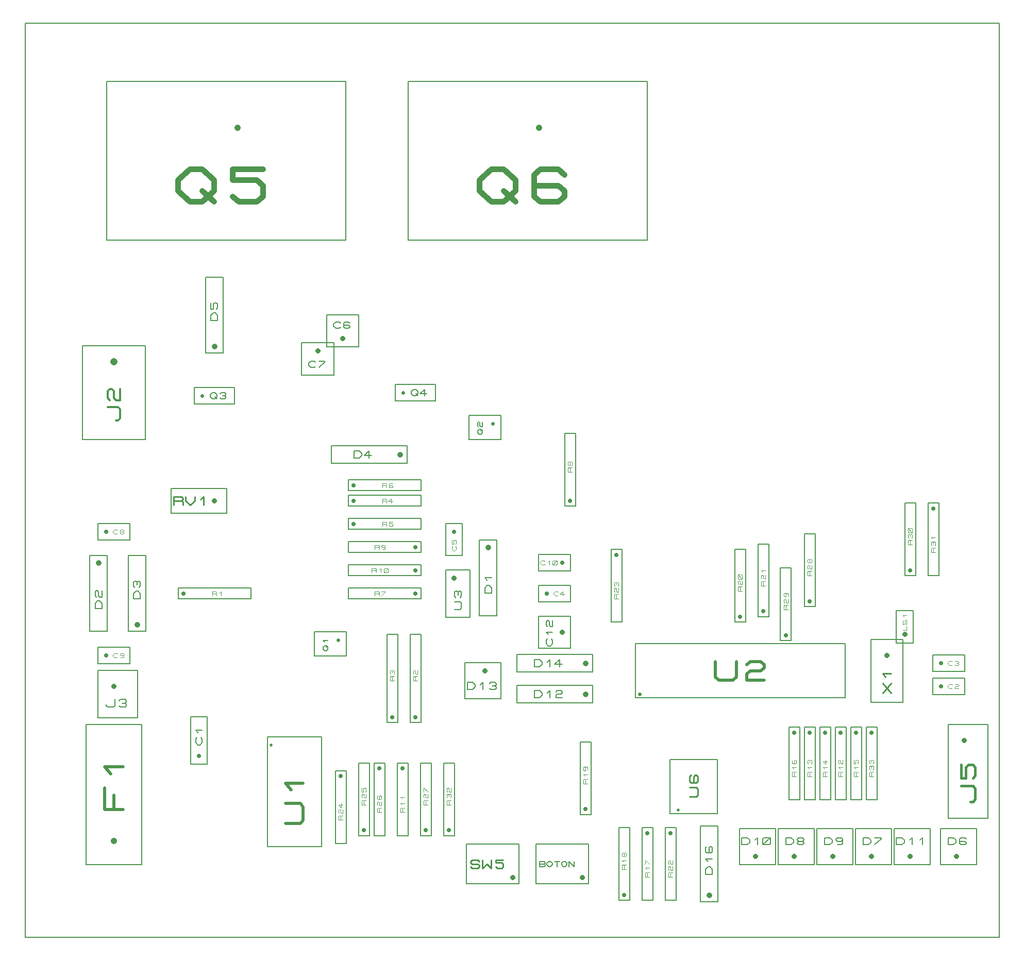
<source format=gbr>
G04 PROTEUS GERBER X2 FILE*
%TF.GenerationSoftware,Labcenter,Proteus,8.15-SP1-Build34318*%
%TF.CreationDate,2023-09-22T11:00:43+00:00*%
%TF.FileFunction,AssemblyDrawing,Top*%
%TF.FilePolarity,Positive*%
%TF.Part,Single*%
%TF.SameCoordinates,{daf6ecdc-d2ef-474e-a7a4-287faf42d1bd}*%
%FSLAX45Y45*%
%MOMM*%
G01*
%TA.AperFunction,Profile*%
%ADD23C,0.203200*%
%TA.AperFunction,Material*%
%ADD27C,0.203200*%
%ADD42C,0.609600*%
%ADD43C,0.507080*%
%ADD44C,0.711200*%
%ADD45C,0.110230*%
%ADD46C,0.812800*%
%ADD47C,0.237060*%
%ADD48C,0.190500*%
%ADD49C,0.914400*%
%ADD50C,0.186690*%
%ADD51C,0.111760*%
%ADD52C,0.169330*%
%ADD53C,0.508000*%
%ADD54C,0.226060*%
%ADD55C,1.016000*%
%ADD56C,0.515610*%
%ADD57C,0.490380*%
%ADD58C,0.132990*%
%ADD59C,0.127000*%
%ADD60C,0.160020*%
%ADD61C,1.219200*%
%ADD62C,0.331890*%
%ADD63C,0.194730*%
%ADD64C,0.177800*%
%ADD65C,0.215900*%
%ADD66C,0.216890*%
%ADD67C,0.889000*%
%ADD68C,0.389460*%
%ADD69C,0.211660*%
%TD.AperFunction*%
D23*
X-12382500Y-8953500D02*
X+3619500Y-8953500D01*
X+3619500Y+6068060D01*
X-12382500Y+6068060D01*
X-12382500Y-8953500D01*
D27*
X-2357660Y-5016500D02*
X+1091660Y-5016500D01*
X+1091660Y-4127500D01*
X-2357660Y-4127500D01*
X-2357660Y-5016500D01*
D42*
X-2286000Y-4953000D02*
X-2286000Y-4953000D01*
D43*
X-1038306Y-4419874D02*
X-1038306Y-4673417D01*
X-981259Y-4724125D01*
X-753071Y-4724125D01*
X-696024Y-4673417D01*
X-696024Y-4419874D01*
X-524883Y-4470583D02*
X-467836Y-4419874D01*
X-296695Y-4419874D01*
X-239648Y-4470583D01*
X-239648Y-4521291D01*
X-296695Y-4572000D01*
X-467836Y-4572000D01*
X-524883Y-4622708D01*
X-524883Y-4724125D01*
X-239648Y-4724125D01*
D27*
X+927100Y-6692900D02*
X+1104900Y-6692900D01*
X+1104900Y-5499100D01*
X+927100Y-5499100D01*
X+927100Y-6692900D01*
D44*
X+1016000Y-5588000D02*
X+1016000Y-5588000D01*
D45*
X+1049071Y-6307048D02*
X+982930Y-6307048D01*
X+982930Y-6245041D01*
X+993953Y-6232639D01*
X+1004977Y-6232639D01*
X+1016000Y-6245041D01*
X+1016000Y-6307048D01*
X+1016000Y-6245041D02*
X+1027024Y-6232639D01*
X+1049071Y-6232639D01*
X+1004977Y-6183033D02*
X+982930Y-6158230D01*
X+1049071Y-6158230D01*
X+993953Y-6096223D02*
X+982930Y-6083821D01*
X+982930Y-6046617D01*
X+993953Y-6034215D01*
X+1004977Y-6034215D01*
X+1016000Y-6046617D01*
X+1016000Y-6083821D01*
X+1027024Y-6096223D01*
X+1049071Y-6096223D01*
X+1049071Y-6034215D01*
D27*
X+419100Y-6692900D02*
X+596900Y-6692900D01*
X+596900Y-5499100D01*
X+419100Y-5499100D01*
X+419100Y-6692900D01*
D44*
X+508000Y-5588000D02*
X+508000Y-5588000D01*
D45*
X+541071Y-6307048D02*
X+474930Y-6307048D01*
X+474930Y-6245041D01*
X+485953Y-6232639D01*
X+496977Y-6232639D01*
X+508000Y-6245041D01*
X+508000Y-6307048D01*
X+508000Y-6245041D02*
X+519024Y-6232639D01*
X+541071Y-6232639D01*
X+496977Y-6183033D02*
X+474930Y-6158230D01*
X+541071Y-6158230D01*
X+485953Y-6096223D02*
X+474930Y-6083821D01*
X+474930Y-6046617D01*
X+485953Y-6034215D01*
X+496977Y-6034215D01*
X+508000Y-6046617D01*
X+519024Y-6034215D01*
X+530048Y-6034215D01*
X+541071Y-6046617D01*
X+541071Y-6083821D01*
X+530048Y-6096223D01*
X+508000Y-6071420D02*
X+508000Y-6046617D01*
D27*
X+673100Y-6692900D02*
X+850900Y-6692900D01*
X+850900Y-5499100D01*
X+673100Y-5499100D01*
X+673100Y-6692900D01*
D44*
X+762000Y-5588000D02*
X+762000Y-5588000D01*
D45*
X+795071Y-6307048D02*
X+728930Y-6307048D01*
X+728930Y-6245041D01*
X+739953Y-6232639D01*
X+750977Y-6232639D01*
X+762000Y-6245041D01*
X+762000Y-6307048D01*
X+762000Y-6245041D02*
X+773024Y-6232639D01*
X+795071Y-6232639D01*
X+750977Y-6183033D02*
X+728930Y-6158230D01*
X+795071Y-6158230D01*
X+773024Y-6034215D02*
X+773024Y-6108624D01*
X+728930Y-6059018D01*
X+795071Y-6059018D01*
D27*
X+1181100Y-6692900D02*
X+1358900Y-6692900D01*
X+1358900Y-5499100D01*
X+1181100Y-5499100D01*
X+1181100Y-6692900D01*
D44*
X+1270000Y-5588000D02*
X+1270000Y-5588000D01*
D45*
X+1303071Y-6307048D02*
X+1236930Y-6307048D01*
X+1236930Y-6245041D01*
X+1247953Y-6232639D01*
X+1258977Y-6232639D01*
X+1270000Y-6245041D01*
X+1270000Y-6307048D01*
X+1270000Y-6245041D02*
X+1281024Y-6232639D01*
X+1303071Y-6232639D01*
X+1258977Y-6183033D02*
X+1236930Y-6158230D01*
X+1303071Y-6158230D01*
X+1236930Y-6034215D02*
X+1236930Y-6096223D01*
X+1258977Y-6096223D01*
X+1258977Y-6046617D01*
X+1270000Y-6034215D01*
X+1292048Y-6034215D01*
X+1303071Y-6046617D01*
X+1303071Y-6083821D01*
X+1292048Y-6096223D01*
D27*
X+165100Y-6692900D02*
X+342900Y-6692900D01*
X+342900Y-5499100D01*
X+165100Y-5499100D01*
X+165100Y-6692900D01*
D44*
X+254000Y-5588000D02*
X+254000Y-5588000D01*
D45*
X+287071Y-6307048D02*
X+220930Y-6307048D01*
X+220930Y-6245041D01*
X+231953Y-6232639D01*
X+242977Y-6232639D01*
X+254000Y-6245041D01*
X+254000Y-6307048D01*
X+254000Y-6245041D02*
X+265024Y-6232639D01*
X+287071Y-6232639D01*
X+242977Y-6183033D02*
X+220930Y-6158230D01*
X+287071Y-6158230D01*
X+231953Y-6034215D02*
X+220930Y-6046617D01*
X+220930Y-6083821D01*
X+231953Y-6096223D01*
X+276048Y-6096223D01*
X+287071Y-6083821D01*
X+287071Y-6046617D01*
X+276048Y-6034215D01*
X+265024Y-6034215D01*
X+254000Y-6046617D01*
X+254000Y-6096223D01*
D27*
X+1933052Y-4112372D02*
X+2207372Y-4112372D01*
X+2207372Y-3584052D01*
X+1933052Y-3584052D01*
X+1933052Y-4112372D01*
D46*
X+2070212Y-3975212D02*
X+2070212Y-3975212D01*
D45*
X+2037193Y-3907900D02*
X+2103232Y-3907900D01*
X+2103232Y-3833606D01*
X+2092226Y-3808841D02*
X+2103232Y-3796459D01*
X+2103232Y-3746930D01*
X+2092226Y-3734547D01*
X+2081219Y-3734547D01*
X+2070212Y-3746930D01*
X+2070212Y-3796459D01*
X+2059206Y-3808841D01*
X+2048199Y-3808841D01*
X+2037193Y-3796459D01*
X+2037193Y-3746930D01*
X+2048199Y-3734547D01*
X+2059206Y-3685018D02*
X+2037193Y-3660253D01*
X+2103232Y-3660253D01*
D27*
X+1513840Y-5090160D02*
X+2042160Y-5090160D01*
X+2042160Y-4053840D01*
X+1513840Y-4053840D01*
X+1513840Y-5090160D01*
D46*
X+1778000Y-4318000D02*
X+1778000Y-4318000D01*
D47*
X+1706881Y-4937759D02*
X+1849120Y-4777740D01*
X+1849120Y-4937759D02*
X+1706881Y-4777740D01*
X+1754294Y-4671061D02*
X+1706881Y-4617721D01*
X+1849120Y-4617721D01*
D27*
X+624840Y-7757160D02*
X+1216660Y-7757160D01*
X+1216660Y-7165340D01*
X+624840Y-7165340D01*
X+624840Y-7757160D01*
D46*
X+889000Y-7620000D02*
X+889000Y-7620000D01*
D48*
X+749300Y-7429500D02*
X+749300Y-7315200D01*
X+835025Y-7315200D01*
X+877887Y-7353300D01*
X+877887Y-7391400D01*
X+835025Y-7429500D01*
X+749300Y-7429500D01*
X+1049337Y-7353300D02*
X+1027906Y-7372350D01*
X+963612Y-7372350D01*
X+942181Y-7353300D01*
X+942181Y-7334250D01*
X+963612Y-7315200D01*
X+1027906Y-7315200D01*
X+1049337Y-7334250D01*
X+1049337Y-7410450D01*
X+1027906Y-7429500D01*
X+963612Y-7429500D01*
D27*
X-645160Y-7757160D02*
X-53340Y-7757160D01*
X-53340Y-7165340D01*
X-645160Y-7165340D01*
X-645160Y-7757160D01*
D46*
X-381000Y-7620000D02*
X-381000Y-7620000D01*
D48*
X-606425Y-7429500D02*
X-606425Y-7315200D01*
X-520700Y-7315200D01*
X-477838Y-7353300D01*
X-477838Y-7391400D01*
X-520700Y-7429500D01*
X-606425Y-7429500D01*
X-392113Y-7353300D02*
X-349250Y-7315200D01*
X-349250Y-7429500D01*
X-263525Y-7410450D02*
X-263525Y-7334250D01*
X-242094Y-7315200D01*
X-156369Y-7315200D01*
X-134938Y-7334250D01*
X-134938Y-7410450D01*
X-156369Y-7429500D01*
X-242094Y-7429500D01*
X-263525Y-7410450D01*
X-263525Y-7429500D02*
X-134938Y-7315200D01*
D27*
X+1894840Y-7757160D02*
X+2486660Y-7757160D01*
X+2486660Y-7165340D01*
X+1894840Y-7165340D01*
X+1894840Y-7757160D01*
D46*
X+2159000Y-7620000D02*
X+2159000Y-7620000D01*
D48*
X+1933575Y-7429500D02*
X+1933575Y-7315200D01*
X+2019300Y-7315200D01*
X+2062162Y-7353300D01*
X+2062162Y-7391400D01*
X+2019300Y-7429500D01*
X+1933575Y-7429500D01*
X+2147887Y-7353300D02*
X+2190750Y-7315200D01*
X+2190750Y-7429500D01*
X+2319337Y-7353300D02*
X+2362200Y-7315200D01*
X+2362200Y-7429500D01*
D27*
X+1259840Y-7757160D02*
X+1851660Y-7757160D01*
X+1851660Y-7165340D01*
X+1259840Y-7165340D01*
X+1259840Y-7757160D01*
D46*
X+1524000Y-7620000D02*
X+1524000Y-7620000D01*
D48*
X+1384300Y-7429500D02*
X+1384300Y-7315200D01*
X+1470025Y-7315200D01*
X+1512887Y-7353300D01*
X+1512887Y-7391400D01*
X+1470025Y-7429500D01*
X+1384300Y-7429500D01*
X+1577181Y-7315200D02*
X+1684337Y-7315200D01*
X+1684337Y-7334250D01*
X+1577181Y-7429500D01*
D27*
X-10160Y-7757160D02*
X+581660Y-7757160D01*
X+581660Y-7165340D01*
X-10160Y-7165340D01*
X-10160Y-7757160D01*
D46*
X+254000Y-7620000D02*
X+254000Y-7620000D01*
D48*
X+114300Y-7429500D02*
X+114300Y-7315200D01*
X+200025Y-7315200D01*
X+242887Y-7353300D01*
X+242887Y-7391400D01*
X+200025Y-7429500D01*
X+114300Y-7429500D01*
X+328612Y-7372350D02*
X+307181Y-7353300D01*
X+307181Y-7334250D01*
X+328612Y-7315200D01*
X+392906Y-7315200D01*
X+414337Y-7334250D01*
X+414337Y-7353300D01*
X+392906Y-7372350D01*
X+328612Y-7372350D01*
X+307181Y-7391400D01*
X+307181Y-7410450D01*
X+328612Y-7429500D01*
X+392906Y-7429500D01*
X+414337Y-7410450D01*
X+414337Y-7391400D01*
X+392906Y-7372350D01*
D27*
X-723900Y-3771900D02*
X-546100Y-3771900D01*
X-546100Y-2578100D01*
X-723900Y-2578100D01*
X-723900Y-3771900D01*
D44*
X-635000Y-3683000D02*
X-635000Y-3683000D01*
D45*
X-601929Y-3261588D02*
X-668070Y-3261588D01*
X-668070Y-3199581D01*
X-657047Y-3187179D01*
X-646023Y-3187179D01*
X-635000Y-3199581D01*
X-635000Y-3261588D01*
X-635000Y-3199581D02*
X-623976Y-3187179D01*
X-601929Y-3187179D01*
X-657047Y-3149975D02*
X-668070Y-3137573D01*
X-668070Y-3100369D01*
X-657047Y-3087967D01*
X-646023Y-3087967D01*
X-635000Y-3100369D01*
X-635000Y-3137573D01*
X-623976Y-3149975D01*
X-601929Y-3149975D01*
X-601929Y-3087967D01*
X-612952Y-3063164D02*
X-657047Y-3063164D01*
X-668070Y-3050763D01*
X-668070Y-3001157D01*
X-657047Y-2988755D01*
X-612952Y-2988755D01*
X-601929Y-3001157D01*
X-601929Y-3050763D01*
X-612952Y-3063164D01*
X-601929Y-3063164D02*
X-668070Y-2988755D01*
D27*
X-342900Y-3682999D02*
X-165100Y-3682999D01*
X-165100Y-2489199D01*
X-342900Y-2489199D01*
X-342900Y-3682999D01*
D44*
X-254000Y-3594099D02*
X-254000Y-3594099D01*
D45*
X-220929Y-3172687D02*
X-287070Y-3172687D01*
X-287070Y-3110680D01*
X-276047Y-3098278D01*
X-265023Y-3098278D01*
X-254000Y-3110680D01*
X-254000Y-3172687D01*
X-254000Y-3110680D02*
X-242976Y-3098278D01*
X-220929Y-3098278D01*
X-276047Y-3061074D02*
X-287070Y-3048672D01*
X-287070Y-3011468D01*
X-276047Y-2999066D01*
X-265023Y-2999066D01*
X-254000Y-3011468D01*
X-254000Y-3048672D01*
X-242976Y-3061074D01*
X-220929Y-3061074D01*
X-220929Y-2999066D01*
X-265023Y-2949460D02*
X-287070Y-2924657D01*
X-220929Y-2924657D01*
D27*
X-4305300Y-5097780D02*
X-3060700Y-5097780D01*
X-3060700Y-4810760D01*
X-4305300Y-4810760D01*
X-4305300Y-5097780D01*
D49*
X-3175000Y-4953000D02*
X-3175000Y-4953000D01*
D50*
X-4015041Y-5010277D02*
X-4015041Y-4898263D01*
X-3931031Y-4898263D01*
X-3889026Y-4935601D01*
X-3889026Y-4972939D01*
X-3931031Y-5010277D01*
X-4015041Y-5010277D01*
X-3805015Y-4935601D02*
X-3763010Y-4898263D01*
X-3763010Y-5010277D01*
X-3657997Y-4916932D02*
X-3636994Y-4898263D01*
X-3573986Y-4898263D01*
X-3552984Y-4916932D01*
X-3552984Y-4935601D01*
X-3573986Y-4954270D01*
X-3636994Y-4954270D01*
X-3657997Y-4972939D01*
X-3657997Y-5010277D01*
X-3552984Y-5010277D01*
D27*
X-3263900Y-6934199D02*
X-3086100Y-6934199D01*
X-3086100Y-5740399D01*
X-3263900Y-5740399D01*
X-3263900Y-6934199D01*
D44*
X-3175000Y-6845299D02*
X-3175000Y-6845299D01*
D45*
X-3141929Y-6423887D02*
X-3208070Y-6423887D01*
X-3208070Y-6361880D01*
X-3197047Y-6349478D01*
X-3186023Y-6349478D01*
X-3175000Y-6361880D01*
X-3175000Y-6423887D01*
X-3175000Y-6361880D02*
X-3163976Y-6349478D01*
X-3141929Y-6349478D01*
X-3186023Y-6299872D02*
X-3208070Y-6275069D01*
X-3141929Y-6275069D01*
X-3186023Y-6151054D02*
X-3175000Y-6163456D01*
X-3175000Y-6200660D01*
X-3186023Y-6213062D01*
X-3197047Y-6213062D01*
X-3208070Y-6200660D01*
X-3208070Y-6163456D01*
X-3197047Y-6151054D01*
X-3152952Y-6151054D01*
X-3141929Y-6163456D01*
X-3141929Y-6200660D01*
D27*
X-5153660Y-5026660D02*
X-4561840Y-5026660D01*
X-4561840Y-4434840D01*
X-5153660Y-4434840D01*
X-5153660Y-5026660D01*
D46*
X-4826000Y-4572000D02*
X-4826000Y-4572000D01*
D48*
X-5114925Y-4876800D02*
X-5114925Y-4762500D01*
X-5029200Y-4762500D01*
X-4986338Y-4800600D01*
X-4986338Y-4838700D01*
X-5029200Y-4876800D01*
X-5114925Y-4876800D01*
X-4900613Y-4800600D02*
X-4857750Y-4762500D01*
X-4857750Y-4876800D01*
X-4750594Y-4781550D02*
X-4729163Y-4762500D01*
X-4664869Y-4762500D01*
X-4643438Y-4781550D01*
X-4643438Y-4800600D01*
X-4664869Y-4819650D01*
X-4643438Y-4838700D01*
X-4643438Y-4857750D01*
X-4664869Y-4876800D01*
X-4729163Y-4876800D01*
X-4750594Y-4857750D01*
X-4707732Y-4819650D02*
X-4664869Y-4819650D01*
D27*
X-3947160Y-3439160D02*
X-3418840Y-3439160D01*
X-3418840Y-3164840D01*
X-3947160Y-3164840D01*
X-3947160Y-3439160D01*
D44*
X-3810000Y-3302000D02*
X-3810000Y-3302000D01*
D51*
X-3621786Y-3324352D02*
X-3634359Y-3335528D01*
X-3672078Y-3335528D01*
X-3697224Y-3313176D01*
X-3697224Y-3290824D01*
X-3672078Y-3268472D01*
X-3634359Y-3268472D01*
X-3621786Y-3279648D01*
X-3521202Y-3313176D02*
X-3596640Y-3313176D01*
X-3546348Y-3268472D01*
X-3546348Y-3335528D01*
D27*
X-3947160Y-2931160D02*
X-3418840Y-2931160D01*
X-3418840Y-2656840D01*
X-3947160Y-2656840D01*
X-3947160Y-2931160D01*
D44*
X-3556000Y-2794000D02*
X-3556000Y-2794000D01*
D51*
X-3844798Y-2816352D02*
X-3857371Y-2827528D01*
X-3895090Y-2827528D01*
X-3920236Y-2805176D01*
X-3920236Y-2782824D01*
X-3895090Y-2760472D01*
X-3857371Y-2760472D01*
X-3844798Y-2771648D01*
X-3794506Y-2782824D02*
X-3769360Y-2760472D01*
X-3769360Y-2827528D01*
X-3719068Y-2816352D02*
X-3719068Y-2771648D01*
X-3706495Y-2760472D01*
X-3656203Y-2760472D01*
X-3643630Y-2771648D01*
X-3643630Y-2816352D01*
X-3656203Y-2827528D01*
X-3706495Y-2827528D01*
X-3719068Y-2816352D01*
X-3719068Y-2827528D02*
X-3643630Y-2760472D01*
D27*
X-4305300Y-4589780D02*
X-3060700Y-4589780D01*
X-3060700Y-4302760D01*
X-4305300Y-4302760D01*
X-4305300Y-4589780D01*
D49*
X-3175000Y-4445000D02*
X-3175000Y-4445000D01*
D50*
X-4015041Y-4502277D02*
X-4015041Y-4390263D01*
X-3931031Y-4390263D01*
X-3889026Y-4427601D01*
X-3889026Y-4464939D01*
X-3931031Y-4502277D01*
X-4015041Y-4502277D01*
X-3805015Y-4427601D02*
X-3763010Y-4390263D01*
X-3763010Y-4502277D01*
X-3552984Y-4464939D02*
X-3678999Y-4464939D01*
X-3594989Y-4390263D01*
X-3594989Y-4502277D01*
D27*
X-3947160Y-4201160D02*
X-3418840Y-4201160D01*
X-3418840Y-3672840D01*
X-3947160Y-3672840D01*
X-3947160Y-4201160D01*
D46*
X-3556000Y-3937000D02*
X-3556000Y-3937000D01*
D52*
X-3738033Y-4051299D02*
X-3721100Y-4070349D01*
X-3721100Y-4127499D01*
X-3754967Y-4165598D01*
X-3788833Y-4165598D01*
X-3822700Y-4127499D01*
X-3822700Y-4070349D01*
X-3805767Y-4051299D01*
X-3788833Y-3975100D02*
X-3822700Y-3937000D01*
X-3721100Y-3937000D01*
X-3805767Y-3841751D02*
X-3822700Y-3822701D01*
X-3822700Y-3765551D01*
X-3805767Y-3746501D01*
X-3788833Y-3746501D01*
X-3771900Y-3765551D01*
X-3771900Y-3822701D01*
X-3754967Y-3841751D01*
X-3721100Y-3841751D01*
X-3721100Y-3746501D01*
D27*
X-2755900Y-3771900D02*
X-2578100Y-3771900D01*
X-2578100Y-2578100D01*
X-2755900Y-2578100D01*
X-2755900Y-3771900D01*
D44*
X-2667000Y-2667000D02*
X-2667000Y-2667000D01*
D45*
X-2633929Y-3386048D02*
X-2700070Y-3386048D01*
X-2700070Y-3324041D01*
X-2689047Y-3311639D01*
X-2678023Y-3311639D01*
X-2667000Y-3324041D01*
X-2667000Y-3386048D01*
X-2667000Y-3324041D02*
X-2655976Y-3311639D01*
X-2633929Y-3311639D01*
X-2689047Y-3274435D02*
X-2700070Y-3262033D01*
X-2700070Y-3224829D01*
X-2689047Y-3212427D01*
X-2678023Y-3212427D01*
X-2667000Y-3224829D01*
X-2667000Y-3262033D01*
X-2655976Y-3274435D01*
X-2633929Y-3274435D01*
X-2633929Y-3212427D01*
X-2689047Y-3175223D02*
X-2700070Y-3162821D01*
X-2700070Y-3125617D01*
X-2689047Y-3113215D01*
X-2678023Y-3113215D01*
X-2667000Y-3125617D01*
X-2655976Y-3113215D01*
X-2644952Y-3113215D01*
X-2633929Y-3125617D01*
X-2633929Y-3162821D01*
X-2644952Y-3175223D01*
X-2667000Y-3150420D02*
X-2667000Y-3125617D01*
D27*
X-1866900Y-8343900D02*
X-1689100Y-8343900D01*
X-1689100Y-7150100D01*
X-1866900Y-7150100D01*
X-1866900Y-8343900D01*
D44*
X-1778000Y-7239000D02*
X-1778000Y-7239000D01*
D45*
X-1744929Y-7958048D02*
X-1811070Y-7958048D01*
X-1811070Y-7896041D01*
X-1800047Y-7883639D01*
X-1789023Y-7883639D01*
X-1778000Y-7896041D01*
X-1778000Y-7958048D01*
X-1778000Y-7896041D02*
X-1766976Y-7883639D01*
X-1744929Y-7883639D01*
X-1800047Y-7846435D02*
X-1811070Y-7834033D01*
X-1811070Y-7796829D01*
X-1800047Y-7784427D01*
X-1789023Y-7784427D01*
X-1778000Y-7796829D01*
X-1778000Y-7834033D01*
X-1766976Y-7846435D01*
X-1744929Y-7846435D01*
X-1744929Y-7784427D01*
X-1800047Y-7747223D02*
X-1811070Y-7734821D01*
X-1811070Y-7697617D01*
X-1800047Y-7685215D01*
X-1789023Y-7685215D01*
X-1778000Y-7697617D01*
X-1778000Y-7734821D01*
X-1766976Y-7747223D01*
X-1744929Y-7747223D01*
X-1744929Y-7685215D01*
D27*
X-1287780Y-8369300D02*
X-1000760Y-8369300D01*
X-1000760Y-7124700D01*
X-1287780Y-7124700D01*
X-1287780Y-8369300D01*
D49*
X-1143000Y-8255000D02*
X-1143000Y-8255000D01*
D50*
X-1088263Y-7919021D02*
X-1200277Y-7919021D01*
X-1200277Y-7835011D01*
X-1162939Y-7793006D01*
X-1125601Y-7793006D01*
X-1088263Y-7835011D01*
X-1088263Y-7919021D01*
X-1162939Y-7708995D02*
X-1200277Y-7666990D01*
X-1088263Y-7666990D01*
X-1181608Y-7456964D02*
X-1200277Y-7477966D01*
X-1200277Y-7540974D01*
X-1181608Y-7561977D01*
X-1106932Y-7561977D01*
X-1088263Y-7540974D01*
X-1088263Y-7477966D01*
X-1106932Y-7456964D01*
X-1125601Y-7456964D01*
X-1144270Y-7477966D01*
X-1144270Y-7561977D01*
D27*
X-1788160Y-6921500D02*
X-1005840Y-6921500D01*
X-1005840Y-6032500D01*
X-1788160Y-6032500D01*
X-1788160Y-6921500D01*
D53*
X-1651000Y-6858000D02*
X-1651000Y-6858000D01*
D54*
X-1464818Y-6636004D02*
X-1351788Y-6636004D01*
X-1329182Y-6610573D01*
X-1329182Y-6508846D01*
X-1351788Y-6483414D01*
X-1464818Y-6483414D01*
X-1442212Y-6279960D02*
X-1464818Y-6305392D01*
X-1464818Y-6381687D01*
X-1442212Y-6407119D01*
X-1351788Y-6407119D01*
X-1329182Y-6381687D01*
X-1329182Y-6305392D01*
X-1351788Y-6279960D01*
X-1374394Y-6279960D01*
X-1397000Y-6305392D01*
X-1397000Y-6407119D01*
D27*
X-11376660Y-7757160D02*
X-10467340Y-7757160D01*
X-10467340Y-5450840D01*
X-11376660Y-5450840D01*
X-11376660Y-7757160D01*
D55*
X-10922000Y-7366000D02*
X-10922000Y-7366000D01*
D56*
X-10767314Y-6847077D02*
X-11076686Y-6847077D01*
X-11076686Y-6499035D01*
X-10922000Y-6847077D02*
X-10922000Y-6615049D01*
X-10973562Y-6267006D02*
X-11076686Y-6150992D01*
X-10767314Y-6150992D01*
D27*
X-8402814Y-7456463D02*
X-7513814Y-7456463D01*
X-7513814Y-5658143D01*
X-8402814Y-5658143D01*
X-8402814Y-7456463D01*
D53*
X-8339314Y-5795303D02*
X-8339314Y-5795303D01*
D57*
X-8105431Y-7079933D02*
X-7860236Y-7079933D01*
X-7811197Y-7024765D01*
X-7811197Y-6804090D01*
X-7860236Y-6748921D01*
X-8105431Y-6748921D01*
X-8007353Y-6528246D02*
X-8105431Y-6417908D01*
X-7811197Y-6417908D01*
D27*
X-11186160Y-4455160D02*
X-10657840Y-4455160D01*
X-10657840Y-4180840D01*
X-11186160Y-4180840D01*
X-11186160Y-4455160D01*
D44*
X-11049000Y-4318000D02*
X-11049000Y-4318000D01*
D51*
X-10860786Y-4340352D02*
X-10873359Y-4351528D01*
X-10911078Y-4351528D01*
X-10936224Y-4329176D01*
X-10936224Y-4306824D01*
X-10911078Y-4284472D01*
X-10873359Y-4284472D01*
X-10860786Y-4295648D01*
X-10760202Y-4306824D02*
X-10772775Y-4318000D01*
X-10810494Y-4318000D01*
X-10823067Y-4306824D01*
X-10823067Y-4295648D01*
X-10810494Y-4284472D01*
X-10772775Y-4284472D01*
X-10760202Y-4295648D01*
X-10760202Y-4340352D01*
X-10772775Y-4351528D01*
X-10810494Y-4351528D01*
D27*
X-10685780Y-3924300D02*
X-10398760Y-3924300D01*
X-10398760Y-2679700D01*
X-10685780Y-2679700D01*
X-10685780Y-3924300D01*
D49*
X-10541000Y-3810000D02*
X-10541000Y-3810000D01*
D50*
X-10486263Y-3390011D02*
X-10598277Y-3390011D01*
X-10598277Y-3306001D01*
X-10560939Y-3263996D01*
X-10523601Y-3263996D01*
X-10486263Y-3306001D01*
X-10486263Y-3390011D01*
X-10579608Y-3200988D02*
X-10598277Y-3179985D01*
X-10598277Y-3116977D01*
X-10579608Y-3095975D01*
X-10560939Y-3095975D01*
X-10542270Y-3116977D01*
X-10523601Y-3095975D01*
X-10504932Y-3095975D01*
X-10486263Y-3116977D01*
X-10486263Y-3179985D01*
X-10504932Y-3200988D01*
X-10542270Y-3158983D02*
X-10542270Y-3116977D01*
D27*
X-11318240Y-3924300D02*
X-11031220Y-3924300D01*
X-11031220Y-2679700D01*
X-11318240Y-2679700D01*
X-11318240Y-3924300D01*
D49*
X-11176000Y-2794000D02*
X-11176000Y-2794000D01*
D50*
X-11118723Y-3550031D02*
X-11230737Y-3550031D01*
X-11230737Y-3466021D01*
X-11193399Y-3424016D01*
X-11156061Y-3424016D01*
X-11118723Y-3466021D01*
X-11118723Y-3550031D01*
X-11212068Y-3361008D02*
X-11230737Y-3340005D01*
X-11230737Y-3276997D01*
X-11212068Y-3255995D01*
X-11193399Y-3255995D01*
X-11174730Y-3276997D01*
X-11174730Y-3340005D01*
X-11156061Y-3361008D01*
X-11118723Y-3361008D01*
X-11118723Y-3255995D01*
D27*
X-5471160Y-2677160D02*
X-5196840Y-2677160D01*
X-5196840Y-2148840D01*
X-5471160Y-2148840D01*
X-5471160Y-2677160D01*
D44*
X-5334000Y-2286000D02*
X-5334000Y-2286000D01*
D51*
X-5311648Y-2524506D02*
X-5300472Y-2537079D01*
X-5300472Y-2574798D01*
X-5322824Y-2599944D01*
X-5345176Y-2599944D01*
X-5367528Y-2574798D01*
X-5367528Y-2537079D01*
X-5356352Y-2524506D01*
X-5367528Y-2423922D02*
X-5367528Y-2486787D01*
X-5345176Y-2486787D01*
X-5345176Y-2436495D01*
X-5334000Y-2423922D01*
X-5311648Y-2423922D01*
X-5300472Y-2436495D01*
X-5300472Y-2474214D01*
X-5311648Y-2486787D01*
D27*
X-4917439Y-3670300D02*
X-4630419Y-3670300D01*
X-4630419Y-2425700D01*
X-4917439Y-2425700D01*
X-4917439Y-3670300D01*
D49*
X-4775199Y-2540000D02*
X-4775199Y-2540000D01*
D50*
X-4717922Y-3296031D02*
X-4829936Y-3296031D01*
X-4829936Y-3212021D01*
X-4792598Y-3170016D01*
X-4755260Y-3170016D01*
X-4717922Y-3212021D01*
X-4717922Y-3296031D01*
X-4792598Y-3086005D02*
X-4829936Y-3044000D01*
X-4717922Y-3044000D01*
D27*
X-7073900Y-1866900D02*
X-5880100Y-1866900D01*
X-5880100Y-1689100D01*
X-7073900Y-1689100D01*
X-7073900Y-1866900D01*
D44*
X-6985000Y-1778000D02*
X-6985000Y-1778000D01*
D45*
X-6513982Y-1811071D02*
X-6513982Y-1744930D01*
X-6451975Y-1744930D01*
X-6439573Y-1755953D01*
X-6439573Y-1766977D01*
X-6451975Y-1778000D01*
X-6513982Y-1778000D01*
X-6451975Y-1778000D02*
X-6439573Y-1789024D01*
X-6439573Y-1811071D01*
X-6340361Y-1789024D02*
X-6414770Y-1789024D01*
X-6365164Y-1744930D01*
X-6365164Y-1811071D01*
D27*
X-7073900Y-2247900D02*
X-5880100Y-2247900D01*
X-5880100Y-2070100D01*
X-7073900Y-2070100D01*
X-7073900Y-2247900D01*
D44*
X-6985000Y-2159000D02*
X-6985000Y-2159000D01*
D45*
X-6513982Y-2192071D02*
X-6513982Y-2125930D01*
X-6451975Y-2125930D01*
X-6439573Y-2136953D01*
X-6439573Y-2147977D01*
X-6451975Y-2159000D01*
X-6513982Y-2159000D01*
X-6451975Y-2159000D02*
X-6439573Y-2170024D01*
X-6439573Y-2192071D01*
X-6340361Y-2125930D02*
X-6402369Y-2125930D01*
X-6402369Y-2147977D01*
X-6352763Y-2147977D01*
X-6340361Y-2159000D01*
X-6340361Y-2181048D01*
X-6352763Y-2192071D01*
X-6389967Y-2192071D01*
X-6402369Y-2181048D01*
D27*
X-7073900Y-1612900D02*
X-5880100Y-1612900D01*
X-5880100Y-1435100D01*
X-7073900Y-1435100D01*
X-7073900Y-1612900D01*
D44*
X-6985000Y-1524000D02*
X-6985000Y-1524000D01*
D45*
X-6513982Y-1557071D02*
X-6513982Y-1490930D01*
X-6451975Y-1490930D01*
X-6439573Y-1501953D01*
X-6439573Y-1512977D01*
X-6451975Y-1524000D01*
X-6513982Y-1524000D01*
X-6451975Y-1524000D02*
X-6439573Y-1535024D01*
X-6439573Y-1557071D01*
X-6340361Y-1501953D02*
X-6352763Y-1490930D01*
X-6389967Y-1490930D01*
X-6402369Y-1501953D01*
X-6402369Y-1546048D01*
X-6389967Y-1557071D01*
X-6352763Y-1557071D01*
X-6340361Y-1546048D01*
X-6340361Y-1535024D01*
X-6352763Y-1524000D01*
X-6402369Y-1524000D01*
D27*
X-11186160Y-2423160D02*
X-10657840Y-2423160D01*
X-10657840Y-2148840D01*
X-11186160Y-2148840D01*
X-11186160Y-2423160D01*
D44*
X-11049000Y-2286000D02*
X-11049000Y-2286000D01*
D51*
X-10860786Y-2308352D02*
X-10873359Y-2319528D01*
X-10911078Y-2319528D01*
X-10936224Y-2297176D01*
X-10936224Y-2274824D01*
X-10911078Y-2252472D01*
X-10873359Y-2252472D01*
X-10860786Y-2263648D01*
X-10810494Y-2286000D02*
X-10823067Y-2274824D01*
X-10823067Y-2263648D01*
X-10810494Y-2252472D01*
X-10772775Y-2252472D01*
X-10760202Y-2263648D01*
X-10760202Y-2274824D01*
X-10772775Y-2286000D01*
X-10810494Y-2286000D01*
X-10823067Y-2297176D01*
X-10823067Y-2308352D01*
X-10810494Y-2319528D01*
X-10772775Y-2319528D01*
X-10760202Y-2308352D01*
X-10760202Y-2297176D01*
X-10772775Y-2286000D01*
D27*
X-2247900Y-8343900D02*
X-2070100Y-8343900D01*
X-2070100Y-7150100D01*
X-2247900Y-7150100D01*
X-2247900Y-8343900D01*
D44*
X-2159000Y-7239000D02*
X-2159000Y-7239000D01*
D45*
X-2125929Y-7958048D02*
X-2192070Y-7958048D01*
X-2192070Y-7896041D01*
X-2181047Y-7883639D01*
X-2170023Y-7883639D01*
X-2159000Y-7896041D01*
X-2159000Y-7958048D01*
X-2159000Y-7896041D02*
X-2147976Y-7883639D01*
X-2125929Y-7883639D01*
X-2170023Y-7834033D02*
X-2192070Y-7809230D01*
X-2125929Y-7809230D01*
X-2192070Y-7747223D02*
X-2192070Y-7685215D01*
X-2181047Y-7685215D01*
X-2125929Y-7747223D01*
D27*
X-2628900Y-8343900D02*
X-2451100Y-8343900D01*
X-2451100Y-7150100D01*
X-2628900Y-7150100D01*
X-2628900Y-8343900D01*
D44*
X-2540000Y-8255000D02*
X-2540000Y-8255000D01*
D45*
X-2506929Y-7833588D02*
X-2573070Y-7833588D01*
X-2573070Y-7771581D01*
X-2562047Y-7759179D01*
X-2551023Y-7759179D01*
X-2540000Y-7771581D01*
X-2540000Y-7833588D01*
X-2540000Y-7771581D02*
X-2528976Y-7759179D01*
X-2506929Y-7759179D01*
X-2551023Y-7709573D02*
X-2573070Y-7684770D01*
X-2506929Y-7684770D01*
X-2540000Y-7610361D02*
X-2551023Y-7622763D01*
X-2562047Y-7622763D01*
X-2573070Y-7610361D01*
X-2573070Y-7573157D01*
X-2562047Y-7560755D01*
X-2551023Y-7560755D01*
X-2540000Y-7573157D01*
X-2540000Y-7610361D01*
X-2528976Y-7622763D01*
X-2517952Y-7622763D01*
X-2506929Y-7610361D01*
X-2506929Y-7573157D01*
X-2517952Y-7560755D01*
X-2528976Y-7560755D01*
X-2540000Y-7573157D01*
D27*
X+419100Y-3517900D02*
X+596900Y-3517900D01*
X+596900Y-2324100D01*
X+419100Y-2324100D01*
X+419100Y-3517900D01*
D44*
X+508000Y-3429000D02*
X+508000Y-3429000D01*
D45*
X+541071Y-3007588D02*
X+474930Y-3007588D01*
X+474930Y-2945581D01*
X+485953Y-2933179D01*
X+496977Y-2933179D01*
X+508000Y-2945581D01*
X+508000Y-3007588D01*
X+508000Y-2945581D02*
X+519024Y-2933179D01*
X+541071Y-2933179D01*
X+485953Y-2895975D02*
X+474930Y-2883573D01*
X+474930Y-2846369D01*
X+485953Y-2833967D01*
X+496977Y-2833967D01*
X+508000Y-2846369D01*
X+508000Y-2883573D01*
X+519024Y-2895975D01*
X+541071Y-2895975D01*
X+541071Y-2833967D01*
X+508000Y-2784361D02*
X+496977Y-2796763D01*
X+485953Y-2796763D01*
X+474930Y-2784361D01*
X+474930Y-2747157D01*
X+485953Y-2734755D01*
X+496977Y-2734755D01*
X+508000Y-2747157D01*
X+508000Y-2784361D01*
X+519024Y-2796763D01*
X+530048Y-2796763D01*
X+541071Y-2784361D01*
X+541071Y-2747157D01*
X+530048Y-2734755D01*
X+519024Y-2734755D01*
X+508000Y-2747157D01*
D27*
X+27051Y-4076701D02*
X+204851Y-4076701D01*
X+204851Y-2882901D01*
X+27051Y-2882901D01*
X+27051Y-4076701D01*
D44*
X+115951Y-3987801D02*
X+115951Y-3987801D01*
D45*
X+149022Y-3566389D02*
X+82881Y-3566389D01*
X+82881Y-3504382D01*
X+93904Y-3491980D01*
X+104928Y-3491980D01*
X+115951Y-3504382D01*
X+115951Y-3566389D01*
X+115951Y-3504382D02*
X+126975Y-3491980D01*
X+149022Y-3491980D01*
X+93904Y-3454776D02*
X+82881Y-3442374D01*
X+82881Y-3405170D01*
X+93904Y-3392768D01*
X+104928Y-3392768D01*
X+115951Y-3405170D01*
X+115951Y-3442374D01*
X+126975Y-3454776D01*
X+149022Y-3454776D01*
X+149022Y-3392768D01*
X+104928Y-3293556D02*
X+115951Y-3305958D01*
X+115951Y-3343162D01*
X+104928Y-3355564D01*
X+93904Y-3355564D01*
X+82881Y-3343162D01*
X+82881Y-3305958D01*
X+93904Y-3293556D01*
X+137999Y-3293556D01*
X+149022Y-3305958D01*
X+149022Y-3343162D01*
D27*
X-3987600Y-8073600D02*
X-3124400Y-8073600D01*
X-3124400Y-7420400D01*
X-3987600Y-7420400D01*
X-3987600Y-8073600D01*
D46*
X-3226000Y-7972000D02*
X-3226000Y-7972000D01*
D58*
X-3926350Y-7786898D02*
X-3926350Y-7707103D01*
X-3851543Y-7707103D01*
X-3836581Y-7720402D01*
X-3836581Y-7733701D01*
X-3851543Y-7747000D01*
X-3836581Y-7760300D01*
X-3836581Y-7773599D01*
X-3851543Y-7786898D01*
X-3926350Y-7786898D01*
X-3926350Y-7747000D02*
X-3851543Y-7747000D01*
X-3806658Y-7733701D02*
X-3776735Y-7707103D01*
X-3746812Y-7707103D01*
X-3716889Y-7733701D01*
X-3716889Y-7760300D01*
X-3746812Y-7786898D01*
X-3776735Y-7786898D01*
X-3806658Y-7760300D01*
X-3806658Y-7733701D01*
X-3686966Y-7707103D02*
X-3597197Y-7707103D01*
X-3642082Y-7707103D02*
X-3642082Y-7786898D01*
X-3567274Y-7733701D02*
X-3537351Y-7707103D01*
X-3507428Y-7707103D01*
X-3477505Y-7733701D01*
X-3477505Y-7760300D01*
X-3507428Y-7786898D01*
X-3537351Y-7786898D01*
X-3567274Y-7760300D01*
X-3567274Y-7733701D01*
X-3447582Y-7786898D02*
X-3447582Y-7707103D01*
X-3357813Y-7786898D01*
X-3357813Y-7707103D01*
D27*
X+2070100Y-3009900D02*
X+2247900Y-3009900D01*
X+2247900Y-1816100D01*
X+2070100Y-1816100D01*
X+2070100Y-3009900D01*
D44*
X+2159000Y-2921000D02*
X+2159000Y-2921000D01*
D45*
X+2192071Y-2499588D02*
X+2125930Y-2499588D01*
X+2125930Y-2437581D01*
X+2136953Y-2425179D01*
X+2147977Y-2425179D01*
X+2159000Y-2437581D01*
X+2159000Y-2499588D01*
X+2159000Y-2437581D02*
X+2170024Y-2425179D01*
X+2192071Y-2425179D01*
X+2136953Y-2387975D02*
X+2125930Y-2375573D01*
X+2125930Y-2338369D01*
X+2136953Y-2325967D01*
X+2147977Y-2325967D01*
X+2159000Y-2338369D01*
X+2170024Y-2325967D01*
X+2181048Y-2325967D01*
X+2192071Y-2338369D01*
X+2192071Y-2375573D01*
X+2181048Y-2387975D01*
X+2159000Y-2363172D02*
X+2159000Y-2338369D01*
X+2181048Y-2301164D02*
X+2136953Y-2301164D01*
X+2125930Y-2288763D01*
X+2125930Y-2239157D01*
X+2136953Y-2226755D01*
X+2181048Y-2226755D01*
X+2192071Y-2239157D01*
X+2192071Y-2288763D01*
X+2181048Y-2301164D01*
X+2192071Y-2301164D02*
X+2125930Y-2226755D01*
D27*
X+2451100Y-3009900D02*
X+2628900Y-3009900D01*
X+2628900Y-1816100D01*
X+2451100Y-1816100D01*
X+2451100Y-3009900D01*
D44*
X+2540000Y-1905000D02*
X+2540000Y-1905000D01*
D45*
X+2573071Y-2624048D02*
X+2506930Y-2624048D01*
X+2506930Y-2562041D01*
X+2517953Y-2549639D01*
X+2528977Y-2549639D01*
X+2540000Y-2562041D01*
X+2540000Y-2624048D01*
X+2540000Y-2562041D02*
X+2551024Y-2549639D01*
X+2573071Y-2549639D01*
X+2517953Y-2512435D02*
X+2506930Y-2500033D01*
X+2506930Y-2462829D01*
X+2517953Y-2450427D01*
X+2528977Y-2450427D01*
X+2540000Y-2462829D01*
X+2551024Y-2450427D01*
X+2562048Y-2450427D01*
X+2573071Y-2462829D01*
X+2573071Y-2500033D01*
X+2562048Y-2512435D01*
X+2540000Y-2487632D02*
X+2540000Y-2462829D01*
X+2528977Y-2400821D02*
X+2506930Y-2376018D01*
X+2573071Y-2376018D01*
D27*
X-7630160Y-4328160D02*
X-7101840Y-4328160D01*
X-7101840Y-3926840D01*
X-7630160Y-3926840D01*
X-7630160Y-4328160D01*
D42*
X-7239000Y-4064000D02*
X-7239000Y-4064000D01*
D59*
X-7462520Y-4241800D02*
X-7487920Y-4213225D01*
X-7487920Y-4184650D01*
X-7462520Y-4156075D01*
X-7437120Y-4156075D01*
X-7411720Y-4184650D01*
X-7411720Y-4213225D01*
X-7437120Y-4241800D01*
X-7462520Y-4241800D01*
X-7437120Y-4184650D02*
X-7411720Y-4156075D01*
X-7462520Y-4098925D02*
X-7487920Y-4070350D01*
X-7411720Y-4070350D01*
D27*
X-5090160Y-772160D02*
X-4561840Y-772160D01*
X-4561840Y-370840D01*
X-5090160Y-370840D01*
X-5090160Y-772160D01*
D42*
X-4699000Y-508000D02*
X-4699000Y-508000D01*
D59*
X-4922520Y-685800D02*
X-4947920Y-657225D01*
X-4947920Y-628650D01*
X-4922520Y-600075D01*
X-4897120Y-600075D01*
X-4871720Y-628650D01*
X-4871720Y-657225D01*
X-4897120Y-685800D01*
X-4922520Y-685800D01*
X-4897120Y-628650D02*
X-4871720Y-600075D01*
X-4935220Y-557213D02*
X-4947920Y-542925D01*
X-4947920Y-500063D01*
X-4935220Y-485775D01*
X-4922520Y-485775D01*
X-4909820Y-500063D01*
X-4909820Y-542925D01*
X-4897120Y-557213D01*
X-4871720Y-557213D01*
X-4871720Y-485775D01*
D27*
X-9598659Y-187960D02*
X-8943339Y-187960D01*
X-8943339Y+86360D01*
X-9598659Y+86360D01*
X-9598659Y-187960D01*
D42*
X-9474199Y-50800D02*
X-9474199Y-50800D01*
D60*
X-9337547Y-34798D02*
X-9301543Y-2794D01*
X-9265538Y-2794D01*
X-9229534Y-34798D01*
X-9229534Y-66802D01*
X-9265538Y-98806D01*
X-9301543Y-98806D01*
X-9337547Y-66802D01*
X-9337547Y-34798D01*
X-9265538Y-66802D02*
X-9229534Y-98806D01*
X-9175527Y-18796D02*
X-9157525Y-2794D01*
X-9103518Y-2794D01*
X-9085516Y-18796D01*
X-9085516Y-34798D01*
X-9103518Y-50800D01*
X-9085516Y-66802D01*
X-9085516Y-82804D01*
X-9103518Y-98806D01*
X-9157525Y-98806D01*
X-9175527Y-82804D01*
X-9139523Y-50800D02*
X-9103518Y-50800D01*
D27*
X-6296660Y-137160D02*
X-5641340Y-137160D01*
X-5641340Y+137160D01*
X-6296660Y+137160D01*
X-6296660Y-137160D01*
D42*
X-6172200Y+0D02*
X-6172200Y+0D01*
D60*
X-6035548Y+16002D02*
X-5999544Y+48006D01*
X-5963539Y+48006D01*
X-5927535Y+16002D01*
X-5927535Y-16002D01*
X-5963539Y-48006D01*
X-5999544Y-48006D01*
X-6035548Y-16002D01*
X-6035548Y+16002D01*
X-5963539Y-16002D02*
X-5927535Y-48006D01*
X-5783517Y-16002D02*
X-5891530Y-16002D01*
X-5819521Y+48006D01*
X-5819521Y-48006D01*
D27*
X-11440160Y-772160D02*
X-10403840Y-772160D01*
X-10403840Y+772160D01*
X-11440160Y+772160D01*
X-11440160Y-772160D01*
D61*
X-10922000Y+508000D02*
X-10922000Y+508000D01*
D62*
X-10888811Y-461263D02*
X-10855621Y-461263D01*
X-10822432Y-423926D01*
X-10822432Y-274574D01*
X-10855621Y-237236D01*
X-11021568Y-237236D01*
X-10988379Y-125223D02*
X-11021568Y-87885D01*
X-11021568Y+24129D01*
X-10988379Y+61467D01*
X-10955189Y+61467D01*
X-10922000Y+24129D01*
X-10922000Y-87885D01*
X-10888811Y-125223D01*
X-10822432Y-125223D01*
X-10822432Y+61467D01*
D27*
X-5471160Y-3693160D02*
X-5069840Y-3693160D01*
X-5069840Y-2910840D01*
X-5471160Y-2910840D01*
X-5471160Y-3693160D01*
D46*
X-5334000Y-3048000D02*
X-5334000Y-3048000D01*
D63*
X-5328920Y-3566159D02*
X-5231553Y-3566159D01*
X-5212080Y-3544252D01*
X-5212080Y-3456623D01*
X-5231553Y-3434715D01*
X-5328920Y-3434715D01*
X-5309447Y-3368993D02*
X-5328920Y-3347086D01*
X-5328920Y-3281364D01*
X-5309447Y-3259456D01*
X-5289973Y-3259456D01*
X-5270500Y-3281364D01*
X-5251027Y-3259456D01*
X-5231553Y-3259456D01*
X-5212080Y-3281364D01*
X-5212080Y-3347086D01*
X-5231553Y-3368993D01*
X-5270500Y-3325178D02*
X-5270500Y-3281364D01*
D27*
X-9662160Y-6106160D02*
X-9387840Y-6106160D01*
X-9387840Y-5323840D01*
X-9662160Y-5323840D01*
X-9662160Y-6106160D01*
D44*
X-9525000Y-5969000D02*
X-9525000Y-5969000D01*
D64*
X-9489440Y-5668645D02*
X-9471660Y-5688648D01*
X-9471660Y-5748655D01*
X-9507220Y-5788660D01*
X-9542780Y-5788660D01*
X-9578340Y-5748655D01*
X-9578340Y-5688648D01*
X-9560560Y-5668645D01*
X-9542780Y-5588635D02*
X-9578340Y-5548630D01*
X-9471660Y-5548630D01*
D27*
X-9867900Y-3390900D02*
X-8674100Y-3390900D01*
X-8674100Y-3213100D01*
X-9867900Y-3213100D01*
X-9867900Y-3390900D01*
D44*
X-9779000Y-3302000D02*
X-9779000Y-3302000D01*
D45*
X-9307982Y-3335071D02*
X-9307982Y-3268930D01*
X-9245975Y-3268930D01*
X-9233573Y-3279953D01*
X-9233573Y-3290977D01*
X-9245975Y-3302000D01*
X-9307982Y-3302000D01*
X-9245975Y-3302000D02*
X-9233573Y-3313024D01*
X-9233573Y-3335071D01*
X-9183967Y-3290977D02*
X-9159164Y-3268930D01*
X-9159164Y-3335071D01*
D27*
X-9979660Y-1978660D02*
X-9070340Y-1978660D01*
X-9070340Y-1577340D01*
X-9979660Y-1577340D01*
X-9979660Y-1978660D01*
D46*
X-9271000Y-1778000D02*
X-9271000Y-1778000D01*
D65*
X-9937115Y-1842770D02*
X-9937115Y-1713230D01*
X-9815672Y-1713230D01*
X-9791383Y-1734820D01*
X-9791383Y-1756410D01*
X-9815672Y-1778000D01*
X-9937115Y-1778000D01*
X-9815672Y-1778000D02*
X-9791383Y-1799590D01*
X-9791383Y-1842770D01*
X-9742805Y-1713230D02*
X-9742805Y-1778000D01*
X-9669939Y-1842770D01*
X-9597073Y-1778000D01*
X-9597073Y-1713230D01*
X-9499918Y-1756410D02*
X-9451340Y-1713230D01*
X-9451340Y-1842770D01*
D27*
X-6904214Y-7281203D02*
X-6726414Y-7281203D01*
X-6726414Y-6087403D01*
X-6904214Y-6087403D01*
X-6904214Y-7281203D01*
D44*
X-6815314Y-7192303D02*
X-6815314Y-7192303D01*
D45*
X-6782243Y-6770891D02*
X-6848384Y-6770891D01*
X-6848384Y-6708884D01*
X-6837361Y-6696482D01*
X-6826337Y-6696482D01*
X-6815314Y-6708884D01*
X-6815314Y-6770891D01*
X-6815314Y-6708884D02*
X-6804290Y-6696482D01*
X-6782243Y-6696482D01*
X-6837361Y-6659278D02*
X-6848384Y-6646876D01*
X-6848384Y-6609672D01*
X-6837361Y-6597270D01*
X-6826337Y-6597270D01*
X-6815314Y-6609672D01*
X-6815314Y-6646876D01*
X-6804290Y-6659278D01*
X-6782243Y-6659278D01*
X-6782243Y-6597270D01*
X-6848384Y-6498058D02*
X-6848384Y-6560066D01*
X-6826337Y-6560066D01*
X-6826337Y-6510460D01*
X-6815314Y-6498058D01*
X-6793266Y-6498058D01*
X-6782243Y-6510460D01*
X-6782243Y-6547664D01*
X-6793266Y-6560066D01*
D27*
X-6650214Y-7281203D02*
X-6472414Y-7281203D01*
X-6472414Y-6087403D01*
X-6650214Y-6087403D01*
X-6650214Y-7281203D01*
D44*
X-6561314Y-6176303D02*
X-6561314Y-6176303D01*
D45*
X-6528243Y-6895351D02*
X-6594384Y-6895351D01*
X-6594384Y-6833344D01*
X-6583361Y-6820942D01*
X-6572337Y-6820942D01*
X-6561314Y-6833344D01*
X-6561314Y-6895351D01*
X-6561314Y-6833344D02*
X-6550290Y-6820942D01*
X-6528243Y-6820942D01*
X-6583361Y-6783738D02*
X-6594384Y-6771336D01*
X-6594384Y-6734132D01*
X-6583361Y-6721730D01*
X-6572337Y-6721730D01*
X-6561314Y-6734132D01*
X-6561314Y-6771336D01*
X-6550290Y-6783738D01*
X-6528243Y-6783738D01*
X-6528243Y-6721730D01*
X-6583361Y-6622518D02*
X-6594384Y-6634920D01*
X-6594384Y-6672124D01*
X-6583361Y-6684526D01*
X-6539266Y-6684526D01*
X-6528243Y-6672124D01*
X-6528243Y-6634920D01*
X-6539266Y-6622518D01*
X-6550290Y-6622518D01*
X-6561314Y-6634920D01*
X-6561314Y-6684526D01*
D27*
X-5888214Y-7281203D02*
X-5710414Y-7281203D01*
X-5710414Y-6087403D01*
X-5888214Y-6087403D01*
X-5888214Y-7281203D01*
D44*
X-5799314Y-7192303D02*
X-5799314Y-7192303D01*
D45*
X-5766243Y-6770891D02*
X-5832384Y-6770891D01*
X-5832384Y-6708884D01*
X-5821361Y-6696482D01*
X-5810337Y-6696482D01*
X-5799314Y-6708884D01*
X-5799314Y-6770891D01*
X-5799314Y-6708884D02*
X-5788290Y-6696482D01*
X-5766243Y-6696482D01*
X-5821361Y-6659278D02*
X-5832384Y-6646876D01*
X-5832384Y-6609672D01*
X-5821361Y-6597270D01*
X-5810337Y-6597270D01*
X-5799314Y-6609672D01*
X-5799314Y-6646876D01*
X-5788290Y-6659278D01*
X-5766243Y-6659278D01*
X-5766243Y-6597270D01*
X-5832384Y-6560066D02*
X-5832384Y-6498058D01*
X-5821361Y-6498058D01*
X-5766243Y-6560066D01*
D27*
X-6269214Y-7281203D02*
X-6091414Y-7281203D01*
X-6091414Y-6087403D01*
X-6269214Y-6087403D01*
X-6269214Y-7281203D01*
D44*
X-6180314Y-6176303D02*
X-6180314Y-6176303D01*
D45*
X-6147243Y-6895351D02*
X-6213384Y-6895351D01*
X-6213384Y-6833344D01*
X-6202361Y-6820942D01*
X-6191337Y-6820942D01*
X-6180314Y-6833344D01*
X-6180314Y-6895351D01*
X-6180314Y-6833344D02*
X-6169290Y-6820942D01*
X-6147243Y-6820942D01*
X-6191337Y-6771336D02*
X-6213384Y-6746533D01*
X-6147243Y-6746533D01*
X-6191337Y-6672124D02*
X-6213384Y-6647321D01*
X-6147243Y-6647321D01*
D27*
X-7073900Y-3009900D02*
X-5880100Y-3009900D01*
X-5880100Y-2832100D01*
X-7073900Y-2832100D01*
X-7073900Y-3009900D01*
D44*
X-5969000Y-2921000D02*
X-5969000Y-2921000D01*
D45*
X-6688048Y-2954071D02*
X-6688048Y-2887930D01*
X-6626041Y-2887930D01*
X-6613639Y-2898953D01*
X-6613639Y-2909977D01*
X-6626041Y-2921000D01*
X-6688048Y-2921000D01*
X-6626041Y-2921000D02*
X-6613639Y-2932024D01*
X-6613639Y-2954071D01*
X-6564033Y-2909977D02*
X-6539230Y-2887930D01*
X-6539230Y-2954071D01*
X-6489624Y-2943048D02*
X-6489624Y-2898953D01*
X-6477223Y-2887930D01*
X-6427617Y-2887930D01*
X-6415215Y-2898953D01*
X-6415215Y-2943048D01*
X-6427617Y-2954071D01*
X-6477223Y-2954071D01*
X-6489624Y-2943048D01*
X-6489624Y-2954071D02*
X-6415215Y-2887930D01*
D27*
X-7073900Y-3390900D02*
X-5880100Y-3390900D01*
X-5880100Y-3213100D01*
X-7073900Y-3213100D01*
X-7073900Y-3390900D01*
D44*
X-5969000Y-3302000D02*
X-5969000Y-3302000D01*
D45*
X-6638442Y-3335071D02*
X-6638442Y-3268930D01*
X-6576435Y-3268930D01*
X-6564033Y-3279953D01*
X-6564033Y-3290977D01*
X-6576435Y-3302000D01*
X-6638442Y-3302000D01*
X-6576435Y-3302000D02*
X-6564033Y-3313024D01*
X-6564033Y-3335071D01*
X-6526829Y-3268930D02*
X-6464821Y-3268930D01*
X-6464821Y-3279953D01*
X-6526829Y-3335071D01*
D27*
X-3517900Y-1866900D02*
X-3340100Y-1866900D01*
X-3340100Y-673100D01*
X-3517900Y-673100D01*
X-3517900Y-1866900D01*
D44*
X-3429000Y-1778000D02*
X-3429000Y-1778000D01*
D45*
X-3395929Y-1306982D02*
X-3462070Y-1306982D01*
X-3462070Y-1244975D01*
X-3451047Y-1232573D01*
X-3440023Y-1232573D01*
X-3429000Y-1244975D01*
X-3429000Y-1306982D01*
X-3429000Y-1244975D02*
X-3417976Y-1232573D01*
X-3395929Y-1232573D01*
X-3429000Y-1182967D02*
X-3440023Y-1195369D01*
X-3451047Y-1195369D01*
X-3462070Y-1182967D01*
X-3462070Y-1145763D01*
X-3451047Y-1133361D01*
X-3440023Y-1133361D01*
X-3429000Y-1145763D01*
X-3429000Y-1182967D01*
X-3417976Y-1195369D01*
X-3406952Y-1195369D01*
X-3395929Y-1182967D01*
X-3395929Y-1145763D01*
X-3406952Y-1133361D01*
X-3417976Y-1133361D01*
X-3429000Y-1145763D01*
D27*
X-7073900Y-2628900D02*
X-5880100Y-2628900D01*
X-5880100Y-2451100D01*
X-7073900Y-2451100D01*
X-7073900Y-2628900D01*
D44*
X-5969000Y-2540000D02*
X-5969000Y-2540000D01*
D45*
X-6638442Y-2573071D02*
X-6638442Y-2506930D01*
X-6576435Y-2506930D01*
X-6564033Y-2517953D01*
X-6564033Y-2528977D01*
X-6576435Y-2540000D01*
X-6638442Y-2540000D01*
X-6576435Y-2540000D02*
X-6564033Y-2551024D01*
X-6564033Y-2573071D01*
X-6464821Y-2528977D02*
X-6477223Y-2540000D01*
X-6514427Y-2540000D01*
X-6526829Y-2528977D01*
X-6526829Y-2517953D01*
X-6514427Y-2506930D01*
X-6477223Y-2506930D01*
X-6464821Y-2517953D01*
X-6464821Y-2562048D01*
X-6477223Y-2573071D01*
X-6514427Y-2573071D01*
D27*
X+2529840Y-4963160D02*
X+3058160Y-4963160D01*
X+3058160Y-4688840D01*
X+2529840Y-4688840D01*
X+2529840Y-4963160D01*
D44*
X+2667000Y-4826000D02*
X+2667000Y-4826000D01*
D51*
X+2855214Y-4848352D02*
X+2842641Y-4859528D01*
X+2804922Y-4859528D01*
X+2779776Y-4837176D01*
X+2779776Y-4814824D01*
X+2804922Y-4792472D01*
X+2842641Y-4792472D01*
X+2855214Y-4803648D01*
X+2892933Y-4803648D02*
X+2905506Y-4792472D01*
X+2943225Y-4792472D01*
X+2955798Y-4803648D01*
X+2955798Y-4814824D01*
X+2943225Y-4826000D01*
X+2905506Y-4826000D01*
X+2892933Y-4837176D01*
X+2892933Y-4859528D01*
X+2955798Y-4859528D01*
D27*
X+2529840Y-4582160D02*
X+3058160Y-4582160D01*
X+3058160Y-4307840D01*
X+2529840Y-4307840D01*
X+2529840Y-4582160D01*
D44*
X+2667000Y-4445000D02*
X+2667000Y-4445000D01*
D51*
X+2855214Y-4467352D02*
X+2842641Y-4478528D01*
X+2804922Y-4478528D01*
X+2779776Y-4456176D01*
X+2779776Y-4433824D01*
X+2804922Y-4411472D01*
X+2842641Y-4411472D01*
X+2855214Y-4422648D01*
X+2892933Y-4422648D02*
X+2905506Y-4411472D01*
X+2943225Y-4411472D01*
X+2955798Y-4422648D01*
X+2955798Y-4433824D01*
X+2943225Y-4445000D01*
X+2955798Y-4456176D01*
X+2955798Y-4467352D01*
X+2943225Y-4478528D01*
X+2905506Y-4478528D01*
X+2892933Y-4467352D01*
X+2918079Y-4445000D02*
X+2943225Y-4445000D01*
D27*
X-7837123Y+290877D02*
X-7308803Y+290877D01*
X-7308803Y+819197D01*
X-7837123Y+819197D01*
X-7837123Y+290877D01*
D46*
X-7572963Y+682037D02*
X-7572963Y+682037D01*
D52*
X-7611063Y+432270D02*
X-7630113Y+415337D01*
X-7687263Y+415337D01*
X-7725362Y+449204D01*
X-7725362Y+483070D01*
X-7687263Y+516937D01*
X-7630113Y+516937D01*
X-7611063Y+500004D01*
X-7553914Y+516937D02*
X-7458664Y+516937D01*
X-7458664Y+500004D01*
X-7553914Y+415337D01*
D27*
X-9415780Y+647700D02*
X-9128760Y+647700D01*
X-9128760Y+1892300D01*
X-9415780Y+1892300D01*
X-9415780Y+647700D01*
D49*
X-9271000Y+762000D02*
X-9271000Y+762000D01*
D50*
X-9216263Y+1181989D02*
X-9328277Y+1181989D01*
X-9328277Y+1265999D01*
X-9290939Y+1308004D01*
X-9253601Y+1308004D01*
X-9216263Y+1265999D01*
X-9216263Y+1181989D01*
X-9328277Y+1476025D02*
X-9328277Y+1371012D01*
X-9290939Y+1371012D01*
X-9290939Y+1455023D01*
X-9272270Y+1476025D01*
X-9234932Y+1476025D01*
X-9216263Y+1455023D01*
X-9216263Y+1392015D01*
X-9234932Y+1371012D01*
D27*
X-7285214Y-7408203D02*
X-7107414Y-7408203D01*
X-7107414Y-6214403D01*
X-7285214Y-6214403D01*
X-7285214Y-7408203D01*
D44*
X-7196314Y-6303303D02*
X-7196314Y-6303303D01*
D45*
X-7163243Y-7022351D02*
X-7229384Y-7022351D01*
X-7229384Y-6960344D01*
X-7218361Y-6947942D01*
X-7207337Y-6947942D01*
X-7196314Y-6960344D01*
X-7196314Y-7022351D01*
X-7196314Y-6960344D02*
X-7185290Y-6947942D01*
X-7163243Y-6947942D01*
X-7218361Y-6910738D02*
X-7229384Y-6898336D01*
X-7229384Y-6861132D01*
X-7218361Y-6848730D01*
X-7207337Y-6848730D01*
X-7196314Y-6861132D01*
X-7196314Y-6898336D01*
X-7185290Y-6910738D01*
X-7163243Y-6910738D01*
X-7163243Y-6848730D01*
X-7185290Y-6749518D02*
X-7185290Y-6823927D01*
X-7229384Y-6774321D01*
X-7163243Y-6774321D01*
D27*
X-5507214Y-7281203D02*
X-5329414Y-7281203D01*
X-5329414Y-6087403D01*
X-5507214Y-6087403D01*
X-5507214Y-7281203D01*
D44*
X-5418314Y-7192303D02*
X-5418314Y-7192303D01*
D45*
X-5385243Y-6770891D02*
X-5451384Y-6770891D01*
X-5451384Y-6708884D01*
X-5440361Y-6696482D01*
X-5429337Y-6696482D01*
X-5418314Y-6708884D01*
X-5418314Y-6770891D01*
X-5418314Y-6708884D02*
X-5407290Y-6696482D01*
X-5385243Y-6696482D01*
X-5440361Y-6659278D02*
X-5451384Y-6646876D01*
X-5451384Y-6609672D01*
X-5440361Y-6597270D01*
X-5429337Y-6597270D01*
X-5418314Y-6609672D01*
X-5407290Y-6597270D01*
X-5396266Y-6597270D01*
X-5385243Y-6609672D01*
X-5385243Y-6646876D01*
X-5396266Y-6659278D01*
X-5418314Y-6634475D02*
X-5418314Y-6609672D01*
X-5440361Y-6560066D02*
X-5451384Y-6547664D01*
X-5451384Y-6510460D01*
X-5440361Y-6498058D01*
X-5429337Y-6498058D01*
X-5418314Y-6510460D01*
X-5418314Y-6547664D01*
X-5407290Y-6560066D01*
X-5385243Y-6560066D01*
X-5385243Y-6498058D01*
D27*
X-5130600Y-8073600D02*
X-4267400Y-8073600D01*
X-4267400Y-7420400D01*
X-5130600Y-7420400D01*
X-5130600Y-8073600D01*
D46*
X-4369000Y-7972000D02*
X-4369000Y-7972000D01*
D66*
X-5062929Y-7790380D02*
X-5038529Y-7812069D01*
X-4940926Y-7812069D01*
X-4916525Y-7790380D01*
X-4916525Y-7768690D01*
X-4940926Y-7747000D01*
X-5038529Y-7747000D01*
X-5062929Y-7725311D01*
X-5062929Y-7703621D01*
X-5038529Y-7681932D01*
X-4940926Y-7681932D01*
X-4916525Y-7703621D01*
X-4867723Y-7681932D02*
X-4867723Y-7812069D01*
X-4794521Y-7747000D01*
X-4721319Y-7812069D01*
X-4721319Y-7681932D01*
X-4526113Y-7681932D02*
X-4648117Y-7681932D01*
X-4648117Y-7725311D01*
X-4550514Y-7725311D01*
X-4526113Y-7747000D01*
X-4526113Y-7790380D01*
X-4550514Y-7812069D01*
X-4623716Y-7812069D01*
X-4648117Y-7790380D01*
D27*
X-6057900Y-5422900D02*
X-5880100Y-5422900D01*
X-5880100Y-3975100D01*
X-6057900Y-3975100D01*
X-6057900Y-5422900D01*
D44*
X-5969000Y-5334000D02*
X-5969000Y-5334000D01*
D45*
X-5935929Y-4735982D02*
X-6002070Y-4735982D01*
X-6002070Y-4673975D01*
X-5991047Y-4661573D01*
X-5980023Y-4661573D01*
X-5969000Y-4673975D01*
X-5969000Y-4735982D01*
X-5969000Y-4673975D02*
X-5957976Y-4661573D01*
X-5935929Y-4661573D01*
X-5991047Y-4624369D02*
X-6002070Y-4611967D01*
X-6002070Y-4574763D01*
X-5991047Y-4562361D01*
X-5980023Y-4562361D01*
X-5969000Y-4574763D01*
X-5969000Y-4611967D01*
X-5957976Y-4624369D01*
X-5935929Y-4624369D01*
X-5935929Y-4562361D01*
D27*
X-6438900Y-5422900D02*
X-6261100Y-5422900D01*
X-6261100Y-3975100D01*
X-6438900Y-3975100D01*
X-6438900Y-5422900D01*
D44*
X-6350000Y-5334000D02*
X-6350000Y-5334000D01*
D45*
X-6316929Y-4735982D02*
X-6383070Y-4735982D01*
X-6383070Y-4673975D01*
X-6372047Y-4661573D01*
X-6361023Y-4661573D01*
X-6350000Y-4673975D01*
X-6350000Y-4735982D01*
X-6350000Y-4673975D02*
X-6338976Y-4661573D01*
X-6316929Y-4661573D01*
X-6372047Y-4624369D02*
X-6383070Y-4611967D01*
X-6383070Y-4574763D01*
X-6372047Y-4562361D01*
X-6361023Y-4562361D01*
X-6350000Y-4574763D01*
X-6338976Y-4562361D01*
X-6327952Y-4562361D01*
X-6316929Y-4574763D01*
X-6316929Y-4611967D01*
X-6327952Y-4624369D01*
X-6350000Y-4599566D02*
X-6350000Y-4574763D01*
D27*
X-11041380Y+2504440D02*
X-7109460Y+2504440D01*
X-7109460Y+5115560D01*
X-11041380Y+5115560D01*
X-11041380Y+2504440D01*
D55*
X-8890000Y+4353560D02*
X-8890000Y+4353560D01*
D67*
X-9875520Y+3492500D02*
X-9675495Y+3670300D01*
X-9475470Y+3670300D01*
X-9275445Y+3492500D01*
X-9275445Y+3314700D01*
X-9475470Y+3136900D01*
X-9675495Y+3136900D01*
X-9875520Y+3314700D01*
X-9875520Y+3492500D01*
X-9475470Y+3314700D02*
X-9275445Y+3136900D01*
X-8475345Y+3670300D02*
X-8975408Y+3670300D01*
X-8975408Y+3492500D01*
X-8575358Y+3492500D01*
X-8475345Y+3403600D01*
X-8475345Y+3225800D01*
X-8575358Y+3136900D01*
X-8875395Y+3136900D01*
X-8975408Y+3225800D01*
D27*
X-6088380Y+2504440D02*
X-2156460Y+2504440D01*
X-2156460Y+5115560D01*
X-6088380Y+5115560D01*
X-6088380Y+2504440D01*
D55*
X-3937000Y+4353560D02*
X-3937000Y+4353560D01*
D67*
X-4922520Y+3492500D02*
X-4722495Y+3670300D01*
X-4522470Y+3670300D01*
X-4322445Y+3492500D01*
X-4322445Y+3314700D01*
X-4522470Y+3136900D01*
X-4722495Y+3136900D01*
X-4922520Y+3314700D01*
X-4922520Y+3492500D01*
X-4522470Y+3314700D02*
X-4322445Y+3136900D01*
X-3522345Y+3581400D02*
X-3622358Y+3670300D01*
X-3922395Y+3670300D01*
X-4022408Y+3581400D01*
X-4022408Y+3225800D01*
X-3922395Y+3136900D01*
X-3622358Y+3136900D01*
X-3522345Y+3225800D01*
X-3522345Y+3314700D01*
X-3622358Y+3403600D01*
X-4022408Y+3403600D01*
D27*
X+2656840Y-7757160D02*
X+3248660Y-7757160D01*
X+3248660Y-7165340D01*
X+2656840Y-7165340D01*
X+2656840Y-7757160D01*
D46*
X+2921000Y-7620000D02*
X+2921000Y-7620000D01*
D48*
X+2781300Y-7429500D02*
X+2781300Y-7315200D01*
X+2867025Y-7315200D01*
X+2909887Y-7353300D01*
X+2909887Y-7391400D01*
X+2867025Y-7429500D01*
X+2781300Y-7429500D01*
X+3081337Y-7334250D02*
X+3059906Y-7315200D01*
X+2995612Y-7315200D01*
X+2974181Y-7334250D01*
X+2974181Y-7410450D01*
X+2995612Y-7429500D01*
X+3059906Y-7429500D01*
X+3081337Y-7410450D01*
X+3081337Y-7391400D01*
X+3059906Y-7372350D01*
X+2974181Y-7372350D01*
D27*
X+1435100Y-6692900D02*
X+1612900Y-6692900D01*
X+1612900Y-5499100D01*
X+1435100Y-5499100D01*
X+1435100Y-6692900D01*
D44*
X+1524000Y-5588000D02*
X+1524000Y-5588000D01*
D45*
X+1557071Y-6307048D02*
X+1490930Y-6307048D01*
X+1490930Y-6245041D01*
X+1501953Y-6232639D01*
X+1512977Y-6232639D01*
X+1524000Y-6245041D01*
X+1524000Y-6307048D01*
X+1524000Y-6245041D02*
X+1535024Y-6232639D01*
X+1557071Y-6232639D01*
X+1501953Y-6195435D02*
X+1490930Y-6183033D01*
X+1490930Y-6145829D01*
X+1501953Y-6133427D01*
X+1512977Y-6133427D01*
X+1524000Y-6145829D01*
X+1535024Y-6133427D01*
X+1546048Y-6133427D01*
X+1557071Y-6145829D01*
X+1557071Y-6183033D01*
X+1546048Y-6195435D01*
X+1524000Y-6170632D02*
X+1524000Y-6145829D01*
X+1501953Y-6096223D02*
X+1490930Y-6083821D01*
X+1490930Y-6046617D01*
X+1501953Y-6034215D01*
X+1512977Y-6034215D01*
X+1524000Y-6046617D01*
X+1535024Y-6034215D01*
X+1546048Y-6034215D01*
X+1557071Y-6046617D01*
X+1557071Y-6083821D01*
X+1546048Y-6096223D01*
X+1524000Y-6071420D02*
X+1524000Y-6046617D01*
D27*
X+2783840Y-6995160D02*
X+3439160Y-6995160D01*
X+3439160Y-5450840D01*
X+2783840Y-5450840D01*
X+2783840Y-6995160D01*
D46*
X+3048000Y-5715000D02*
X+3048000Y-5715000D01*
D68*
X+3150447Y-6725919D02*
X+3189394Y-6725919D01*
X+3228340Y-6682105D01*
X+3228340Y-6506845D01*
X+3189394Y-6463030D01*
X+2994661Y-6463030D01*
X+2994661Y-6112511D02*
X+2994661Y-6331586D01*
X+3072554Y-6331586D01*
X+3072554Y-6156326D01*
X+3111500Y-6112511D01*
X+3189394Y-6112511D01*
X+3228340Y-6156326D01*
X+3228340Y-6287771D01*
X+3189394Y-6331586D01*
D27*
X-7353300Y-1160780D02*
X-6108700Y-1160780D01*
X-6108700Y-873760D01*
X-7353300Y-873760D01*
X-7353300Y-1160780D01*
D49*
X-6223000Y-1016000D02*
X-6223000Y-1016000D01*
D50*
X-6979031Y-1073277D02*
X-6979031Y-961263D01*
X-6895021Y-961263D01*
X-6853016Y-998601D01*
X-6853016Y-1035939D01*
X-6895021Y-1073277D01*
X-6979031Y-1073277D01*
X-6684995Y-1035939D02*
X-6811010Y-1035939D01*
X-6727000Y-961263D01*
X-6727000Y-1073277D01*
D27*
X-7426959Y+751092D02*
X-6898639Y+751092D01*
X-6898639Y+1279412D01*
X-7426959Y+1279412D01*
X-7426959Y+751092D01*
D46*
X-7162799Y+888252D02*
X-7162799Y+888252D01*
D52*
X-7200899Y+1070285D02*
X-7219949Y+1053352D01*
X-7277099Y+1053352D01*
X-7315198Y+1087219D01*
X-7315198Y+1121085D01*
X-7277099Y+1154952D01*
X-7219949Y+1154952D01*
X-7200899Y+1138019D01*
X-7048500Y+1138019D02*
X-7067550Y+1154952D01*
X-7124700Y+1154952D01*
X-7143750Y+1138019D01*
X-7143750Y+1070285D01*
X-7124700Y+1053352D01*
X-7067550Y+1053352D01*
X-7048500Y+1070285D01*
X-7048500Y+1087219D01*
X-7067550Y+1104152D01*
X-7143750Y+1104152D01*
D27*
X-11186160Y-5344160D02*
X-10530840Y-5344160D01*
X-10530840Y-4561840D01*
X-11186160Y-4561840D01*
X-11186160Y-5344160D01*
D46*
X-10922000Y-4826000D02*
X-10922000Y-4826000D01*
D69*
X-11048999Y-5126567D02*
X-11048999Y-5147734D01*
X-11025187Y-5168900D01*
X-10929938Y-5168900D01*
X-10906125Y-5147734D01*
X-10906125Y-5041901D01*
X-10834688Y-5063067D02*
X-10810876Y-5041901D01*
X-10739439Y-5041901D01*
X-10715626Y-5063067D01*
X-10715626Y-5084234D01*
X-10739439Y-5105400D01*
X-10715626Y-5126567D01*
X-10715626Y-5147734D01*
X-10739439Y-5168900D01*
X-10810876Y-5168900D01*
X-10834688Y-5147734D01*
X-10787063Y-5105400D02*
X-10739439Y-5105400D01*
M02*

</source>
